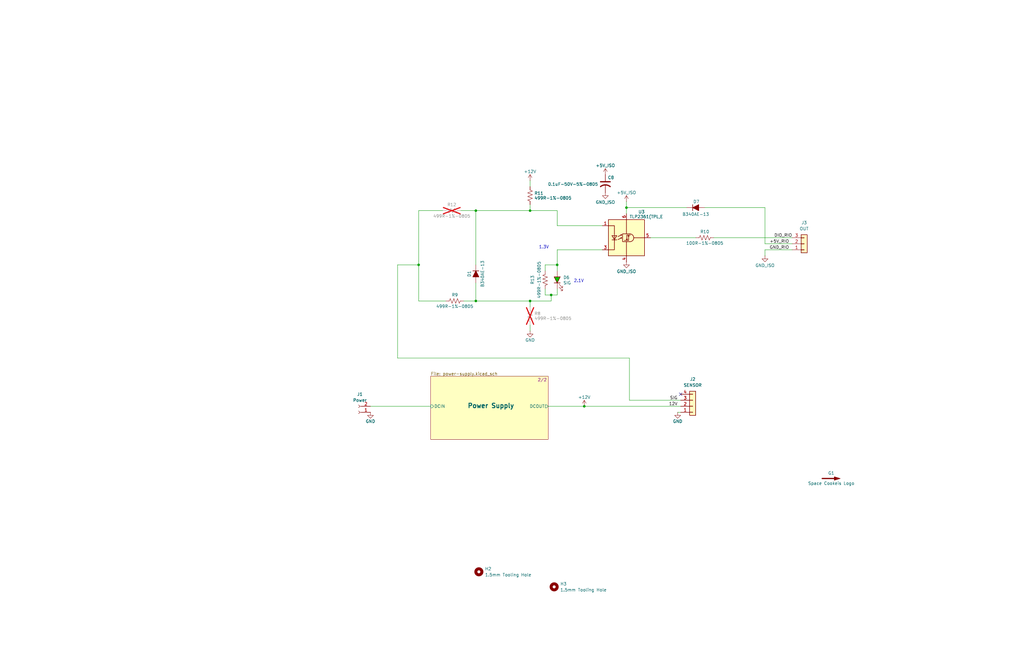
<source format=kicad_sch>
(kicad_sch (version 20250114) (generator "eeschema") (generator_version "9.0")
  (paper "B")
  (title_block (title "Beam Break Adapter") (date "2026-01-04") (rev "1") (company "1868 SPACE COOKIES"))
  (lib_symbols
    (symbol "Connector:Conn_01x02_Socket" (pin_names (offset 1.016) (hide yes))
      (property "Reference" "J" (at 0 2.54 0))
      (property "Value" "Conn_01x02_Socket" (at 0 -5.08 0))
      (symbol "Conn_01x02_Socket_1_1"
        (polyline (pts (xy -1.27 0) (xy -0.508 0)) (stroke (width 0.1524)))
        (polyline (pts (xy -1.27 -2.54) (xy -0.508 -2.54)) (stroke (width 0.1524)))
        (arc (start 0 -0.508) (mid -0.5058 0) (end 0 0.508) (stroke (width 0.1524)))
        (arc (start 0 -3.048) (mid -0.5058 -2.54) (end 0 -2.032) (stroke (width 0.1524)))
        (pin passive line (at -5.08 0 0) (length 3.81) (name "Pin_1") (number "1"))
        (pin passive line (at -5.08 -2.54 0) (length 3.81) (name "Pin_2") (number "2"))
      )
    )
    (symbol "Connector_Generic:Conn_01x03" (pin_names (offset 1.016) (hide yes))
      (property "Reference" "J" (at 0 5.08 0))
      (property "Value" "Conn_01x03" (at 0 -5.08 0))
      (symbol "Conn_01x03_1_1"
        (rectangle (start -1.27 3.81) (end 1.27 -3.81) (stroke (width 0.254)) (fill (type background)))
        (rectangle (start -1.27 2.667) (end 0 2.413) (stroke (width 0.1524)))
        (rectangle (start -1.27 0.127) (end 0 -0.127) (stroke (width 0.1524)))
        (rectangle (start -1.27 -2.413) (end 0 -2.667) (stroke (width 0.1524)))
        (pin passive line (at -5.08 2.54 0) (length 3.81) (name "Pin_1") (number "1"))
        (pin passive line (at -5.08 0 0) (length 3.81) (name "Pin_2") (number "2"))
        (pin passive line (at -5.08 -2.54 0) (length 3.81) (name "Pin_3") (number "3"))
      )
    )
    (symbol "Connector_Generic:Conn_01x04" (pin_names (offset 1.016) (hide yes))
      (property "Reference" "J" (at 0 5.08 0))
      (property "Value" "Conn_01x04" (at 0 -7.62 0))
      (symbol "Conn_01x04_1_1"
        (rectangle (start -1.27 3.81) (end 1.27 -6.35) (stroke (width 0.254)) (fill (type background)))
        (rectangle (start -1.27 2.667) (end 0 2.413) (stroke (width 0.1524)))
        (rectangle (start -1.27 0.127) (end 0 -0.127) (stroke (width 0.1524)))
        (rectangle (start -1.27 -2.413) (end 0 -2.667) (stroke (width 0.1524)))
        (rectangle (start -1.27 -4.953) (end 0 -5.207) (stroke (width 0.1524)))
        (pin passive line (at -5.08 2.54 0) (length 3.81) (name "Pin_1") (number "1"))
        (pin passive line (at -5.08 0 0) (length 3.81) (name "Pin_2") (number "2"))
        (pin passive line (at -5.08 -2.54 0) (length 3.81) (name "Pin_3") (number "3"))
        (pin passive line (at -5.08 -5.08 0) (length 3.81) (name "Pin_4") (number "4"))
      )
    )
    (symbol "Device:C_US" (pin_numbers (hide yes)) (pin_names (offset 0.254) (hide yes))
      (property "Reference" "C" (at 0.635 2.54 0))
      (property "Value" "C_US" (at 0.635 -2.54 0))
      (symbol "C_US_0_1"
        (polyline (pts (xy -2.032 0.762) (xy 2.032 0.762)) (stroke (width 0.508)))
        (arc (start -2.032 -1.27) (mid 0 -0.5572) (end 2.032 -1.27) (stroke (width 0.508)))
      )
      (symbol "C_US_1_1"
        (pin passive line (at 0 3.81 270) (length 2.794) (name "~") (number "1"))
        (pin passive line (at 0 -3.81 90) (length 3.302) (name "~") (number "2"))
      )
    )
    (symbol "Device:LED" (pin_numbers (hide yes)) (pin_names (offset 1.016) (hide yes))
      (property "Reference" "D1" (at -0.3174 -3.81 90))
      (property "Value" "LED" (at -2.8574 -3.81 90))
      (symbol "LED_0_1"
        (polyline (pts (xy -3.048 -0.762) (xy -4.572 -2.286) (xy -3.81 -2.286) (xy -4.572 -2.286) (xy -4.572 -1.524)))
        (polyline (pts (xy -1.778 -0.762) (xy -3.302 -2.286) (xy -2.54 -2.286) (xy -3.302 -2.286) (xy -3.302 -1.524)))
        (polyline (pts (xy -1.27 -1.27) (xy -1.27 1.27)) (stroke (width 0.254)))
      )
      (symbol "LED_1_1"
        (polyline (pts (xy 1.27 -1.27) (xy 1.27 1.27) (xy -1.27 0) (xy 1.27 -1.27)) (stroke (width 0.254)) (fill (type color) (color 0 194 0 1)))
        (pin passive line (at -3.81 0 0) (length 2.54) (name "K") (number "1"))
        (pin passive line (at 3.81 0 180) (length 2.54) (name "A") (number "2"))
      )
    )
    (symbol "Device:R_US" (pin_numbers (hide yes)) (pin_names (offset 0))
      (property "Reference" "R" (at 2.54 0 90))
      (property "Value" "R_US" (at -2.54 0 90))
      (symbol "R_US_0_1"
        (polyline (pts (xy 0 2.286) (xy 0 2.54)))
        (polyline (pts (xy 0 2.286) (xy 1.016 1.905) (xy 0 1.524) (xy -1.016 1.143) (xy 0 0.762)))
        (polyline (pts (xy 0 0.762) (xy 1.016 0.381) (xy 0 0) (xy -1.016 -0.381) (xy 0 -0.762)))
        (polyline (pts (xy 0 -0.762) (xy 1.016 -1.143) (xy 0 -1.524) (xy -1.016 -1.905) (xy 0 -2.286)))
        (polyline (pts (xy 0 -2.286) (xy 0 -2.54)))
      )
      (symbol "R_US_1_1"
        (pin passive line (at 0 3.81 270) (length 1.27) (name "~") (number "1"))
        (pin passive line (at 0 -3.81 90) (length 1.27) (name "~") (number "2"))
      )
    )
    (symbol "Graphic:SYM_Arrow_Large" (in_bom no) (on_board no)
      (symbol "SYM_Arrow_Large_0_1"
        (polyline (pts (xy 2.54 0) (xy -3.81 0)) (stroke (width 0.508)))
        (polyline (pts (xy 3.81 0) (xy 1.27 -0.762) (xy 1.27 0.762) (xy 3.81 0)) (fill (type outline)))
      )
    )
    (symbol "Isolator:TLP2310" (pin_names (offset 1.016) (hide yes))
      (property "Reference" "U" (at -7.112 8.89 0))
      (property "Value" "TLP2310" (at 1.016 9.144 0))
      (symbol "TLP2310_0_1"
        (rectangle (start -7.62 7.62) (end 7.62 -7.62) (stroke (width 0.254)) (fill (type background)))
        (polyline (pts (xy -7.62 -5.08) (xy -5.08 -5.08) (xy -5.08 -1.27)) (stroke (width 0.254)))
        (polyline (pts (xy -6.096 0.889) (xy -4.064 0.889) (xy -5.08 -0.762) (xy -6.096 0.889)) (stroke (width 0.254)))
        (polyline (pts (xy -6.096 -0.889) (xy -4.064 -0.889)) (stroke (width 0.254)))
        (polyline (pts (xy -5.08 1.27) (xy -5.08 5.08) (xy -7.62 5.08)) (stroke (width 0.254)))
        (polyline (pts (xy -5.08 1.016) (xy -5.08 -0.762)) (stroke (width 0.254)))
        (polyline (pts (xy -5.08 -1.27) (xy -5.08 -0.9144)) (stroke (width 0.254)))
        (polyline (pts (xy -3.556 0.508) (xy -2.032 1.27)) (stroke (width 0.254)))
        (polyline (pts (xy -3.556 -0.762) (xy -2.032 0)) (stroke (width 0.254)))
        (polyline (pts (xy -2.032 1.27) (xy -2.3368 1.3208)) (stroke (width 0.254)))
        (polyline (pts (xy -2.032 1.27) (xy -2.1844 0.9652)) (stroke (width 0.254)))
        (polyline (pts (xy -2.032 0) (xy -2.3368 0.0508)) (stroke (width 0.254)))
        (polyline (pts (xy -2.032 0) (xy -2.1844 -0.3048)) (stroke (width 0.254)))
        (polyline (pts (xy 0 7.5946) (xy 0 1.7018)) (stroke (width 0.254)))
        (polyline (pts (xy 0 -7.62) (xy 0 -1.651)) (stroke (width 0.254)))
        (polyline (pts (xy 0.1524 -0.889) (xy -0.1016 -0.635) (xy 0.4064 -0.635)) (stroke (width 0.254)))
        (polyline (pts (xy 0.9144 0.889) (xy 0.9144 -1.143) (xy -0.8636 -1.143)) (stroke (width 0.254)))
        (polyline (pts (xy 0.9144 0.889) (xy 0.6604 0.635) (xy 1.1684 0.635) (xy 0.9144 0.889)) (stroke (width 0.254)))
        (arc (start 1.4224 1.651) (mid 2.5738 1.1514) (end 3.0734 0) (stroke (width 0.254)))
        (polyline (pts (xy 1.4224 1.651) (xy -1.6256 1.651) (xy -1.6256 -1.651) (xy 1.4224 -1.651)) (stroke (width 0.254)))
        (arc (start 3.0734 0) (mid 2.6076 -1.1853) (end 1.4224 -1.651) (stroke (width 0.254)))
        (polyline (pts (xy 1.6764 1.143) (xy 0.1524 1.143) (xy 0.1524 -0.889) (xy 0.4064 -0.635)) (stroke (width 0.254)))
        (polyline (pts (xy 7.5946 0) (xy 3.0734 0)) (stroke (width 0.254)))
      )
      (symbol "TLP2310_1_1"
        (pin passive line (at -10.16 5.08 0) (length 2.54) (name "A") (number "1"))
        (pin passive line (at -10.16 -5.08 0) (length 2.54) (name "K") (number "3"))
        (pin power_in line (at 0 10.16 270) (length 2.54) (name "VDD") (number "6"))
        (pin power_in line (at 0 -10.16 90) (length 2.54) (name "GND") (number "4"))
        (pin output line (at 10.16 0 180) (length 2.54) (name "VO") (number "5"))
      )
    )
    (symbol "Mechanical:MountingHole" (pin_names (offset 1.016))
      (property "Reference" "H" (at 0 5.08 0))
      (property "Value" "MountingHole" (at 0 3.175 0))
      (symbol "MountingHole_0_1"
        (circle (center 0 0) (radius 1.27) (stroke (width 1.27)))
      )
    )
    (symbol "Pico-ButtonBoard:S1B" (pin_numbers (hide yes)) (pin_names (hide yes))
      (property "Reference" "D" (at 0 6.35 0))
      (property "Value" "S1B" (at 0 3.81 0))
      (symbol "S1B_0_1"
        (polyline (pts (xy -1.27 1.27) (xy -1.27 -1.27)) (stroke (width 0.254)))
      )
      (symbol "S1B_1_1"
        (polyline (pts (xy 1.27 1.27) (xy 1.27 -1.27) (xy -1.27 0) (xy 1.27 1.27)) (stroke (width 0.254)) (fill (type outline)))
        (pin passive line (at -3.81 0 0) (length 2.54) (name "K") (number "1"))
        (pin passive line (at 3.81 0 180) (length 2.54) (name "A") (number "2"))
      )
    )
    (symbol "power:+12V" (power) (pin_numbers (hide yes)) (pin_names (offset 0) (hide yes))
      (property "Value" "+12V" (at 0 3.556 0))
      (symbol "+12V_0_1"
        (polyline (pts (xy -0.762 1.27) (xy 0 2.54)))
        (polyline (pts (xy 0 2.54) (xy 0.762 1.27)))
        (polyline (pts (xy 0 0) (xy 0 2.54)))
      )
      (symbol "+12V_1_1"
        (pin power_in line (at 0 0 90) (length 0) (name "~") (number "1"))
      )
    )
    (symbol "power:+5V" (power) (pin_numbers (hide yes)) (pin_names (offset 0) (hide yes))
      (property "Value" "+5V" (at 0 3.556 0))
      (symbol "+5V_0_1"
        (polyline (pts (xy -0.762 1.27) (xy 0 2.54)))
        (polyline (pts (xy 0 2.54) (xy 0.762 1.27)))
        (polyline (pts (xy 0 0) (xy 0 2.54)))
      )
      (symbol "+5V_1_1"
        (pin power_in line (at 0 0 90) (length 0) (name "~") (number "1"))
      )
    )
    (symbol "power:GND" (power) (pin_numbers (hide yes)) (pin_names (offset 0) (hide yes))
      (property "Value" "GND" (at 0 -3.81 0))
      (symbol "GND_0_1"
        (polyline (pts (xy 0 0) (xy 0 -1.27) (xy 1.27 -1.27) (xy 0 -2.54) (xy -1.27 -1.27) (xy 0 -1.27)))
      )
      (symbol "GND_1_1"
        (pin power_in line (at 0 0 270) (length 0) (name "~") (number "1"))
      )
    )
  )
  (text "2.1V" (at 244.094 118.618 0) (effects (font (size 1.27 1.27))))
  (text "1.3V" (at 229.362 104.394 0) (effects (font (size 1.27 1.27))))
  (junction (at 246.38 171.45))
  (junction (at 232.41 124.46))
  (junction (at 234.95 111.76))
  (junction (at 223.52 127))
  (junction (at 176.53 111.76))
  (junction (at 223.52 88.9))
  (junction (at 200.66 88.9))
  (junction (at 200.66 127))
  (junction (at 264.16 87.63))
  (no_connect (at 287.02 166.37))
  (wire (pts (xy 176.53 111.76) (xy 176.53 88.9)))
  (wire (pts (xy 229.87 111.76) (xy 234.95 111.76)))
  (wire (pts (xy 156.21 171.45) (xy 181.61 171.45)))
  (wire (pts (xy 229.87 124.46) (xy 232.41 124.46)))
  (wire (pts (xy 322.58 87.63) (xy 297.18 87.63)))
  (wire (pts (xy 167.64 151.13) (xy 265.43 151.13)))
  (wire (pts (xy 231.14 171.45) (xy 246.38 171.45)))
  (wire (pts (xy 223.52 127) (xy 223.52 129.54)))
  (wire (pts (xy 167.64 111.76) (xy 167.64 151.13)))
  (wire (pts (xy 322.58 105.41) (xy 322.58 107.95)))
  (wire (pts (xy 176.53 127) (xy 176.53 111.76)))
  (wire (pts (xy 265.43 168.91) (xy 287.02 168.91)))
  (wire (pts (xy 246.38 171.45) (xy 287.02 171.45)))
  (wire (pts (xy 274.32 100.33) (xy 293.37 100.33)))
  (wire (pts (xy 264.16 87.63) (xy 264.16 90.17)))
  (wire (pts (xy 223.52 86.36) (xy 223.52 88.9)))
  (wire (pts (xy 322.58 105.41) (xy 334.01 105.41)))
  (wire (pts (xy 265.43 151.13) (xy 265.43 168.91)))
  (wire (pts (xy 234.95 88.9) (xy 234.95 95.25)))
  (wire (pts (xy 176.53 111.76) (xy 167.64 111.76)))
  (wire (pts (xy 322.58 102.87) (xy 322.58 87.63)))
  (wire (pts (xy 264.16 87.63) (xy 289.56 87.63)))
  (wire (pts (xy 223.52 137.16) (xy 223.52 139.7)))
  (wire (pts (xy 234.95 105.41) (xy 234.95 111.76)))
  (wire (pts (xy 234.95 111.76) (xy 234.95 114.3)))
  (wire (pts (xy 176.53 127) (xy 187.96 127)))
  (wire (pts (xy 285.75 173.99) (xy 287.02 173.99)))
  (wire (pts (xy 176.53 88.9) (xy 186.69 88.9)))
  (wire (pts (xy 234.95 105.41) (xy 254 105.41)))
  (wire (pts (xy 232.41 124.46) (xy 234.95 124.46)))
  (wire (pts (xy 229.87 114.3) (xy 229.87 111.76)))
  (wire (pts (xy 229.87 121.92) (xy 229.87 124.46)))
  (wire (pts (xy 234.95 121.92) (xy 234.95 124.46)))
  (wire (pts (xy 223.52 127) (xy 200.66 127)))
  (wire (pts (xy 232.41 124.46) (xy 232.41 127)))
  (wire (pts (xy 234.95 88.9) (xy 223.52 88.9)))
  (wire (pts (xy 194.31 88.9) (xy 200.66 88.9)))
  (wire (pts (xy 234.95 95.25) (xy 254 95.25)))
  (wire (pts (xy 334.01 102.87) (xy 322.58 102.87)))
  (wire (pts (xy 300.99 100.33) (xy 334.01 100.33)))
  (wire (pts (xy 264.16 85.09) (xy 264.16 87.63)))
  (wire (pts (xy 223.52 88.9) (xy 200.66 88.9)))
  (wire (pts (xy 232.41 127) (xy 223.52 127)))
  (wire (pts (xy 200.66 119.38) (xy 200.66 127)))
  (wire (pts (xy 195.58 127) (xy 200.66 127)))
  (wire (pts (xy 223.52 76.2) (xy 223.52 78.74)))
  (wire (pts (xy 200.66 88.9) (xy 200.66 111.76)))
  (label "DIO_RIO" (at 334.01 100.33 180))
  (label "GND_RIO" (at 332.74 105.41 180))
  (label "SIG" (at 285.75 168.91 180))
  (label "12V" (at 285.75 171.45 180))
  (label "+5V_RIO" (at 332.74 102.87 180))
  (symbol (lib_id "Mechanical:MountingHole") (at 201.93 241.3 0) (unit 1) (in_bom no)
    (property "Reference" "H2" (at 204.47 240.0299 0) (effects (justify left)))
    (property "Value" "1.5mm Tooling Hole" (at 204.47 242.5699 0) (effects (justify left)))
    (property "Footprint" "BeamBreak:ToolingHole_1.5mm" (effects (hide yes)))
  )
  (symbol (lib_id "power:+12V") (at 223.52 76.2 0) (unit 1)
    (property "Reference" "#PWR0115" (effects (hide yes)))
    (property "Value" "+12V" (at 223.52 72.39 0))
    (property "Description" "Power symbol creates a global label with name \"+12V\"" (effects (hide yes)))
  )
  (symbol (lib_id "power:GND") (at 223.52 139.7 0) (unit 1)
    (property "Reference" "#PWR0111" (effects (hide yes)))
    (property "Value" "GND" (at 223.52 143.51 0))
    (property "Description" "Power symbol creates a global label with name \"GND\" , ground" (effects (hide yes)))
  )
  (symbol (lib_id "Connector_Generic:Conn_01x04") (at 292.1 171.45 0) (mirror x) (unit 1)
    (property "Reference" "J2" (at 292.1 160.02 0))
    (property "Value" "SENSOR" (at 292.1 162.56 0))
    (property "Footprint" "BeamBreak:Molex-70555-0003" (effects (hide yes)))
    (property "Datasheet" "Components/Molex-70555-0001.pdf" (effects (hide yes)))
    (property "Description" "Generic connector, single row, 01x04, script generated (kicad-library-utils/schlib/autogen/connector/)" (effects (hide yes)))
    (property "MFG" "Molex" (effects (hide yes)))
    (property "MFG P/N" "70555-0038" (effects (hide yes)))
    (property "DIST" "Digikey" (effects (hide yes)))
    (property "DIST P/N" "WM4177-ND" (effects (hide yes)))
  )
  (symbol (lib_id "power:GND") (at 264.16 110.49 0) (unit 1)
    (property "Reference" "#PWR0117" (effects (hide yes)))
    (property "Value" "GND_ISO" (at 264.16 114.554 0))
    (property "Description" "Power symbol creates a global label with name \"GND\" , ground" (effects (hide yes)))
  )
  (symbol (lib_id "Device:C_US") (at 255.27 77.47 0) (mirror y) (unit 1)
    (property "Reference" "C8" (at 256.286 74.93 0) (effects (justify right)))
    (property "Value" "0.1uF-50V-5%-0805" (at 252.222 77.724 0) (effects (justify left)))
    (property "Footprint" "Capacitor_SMD:C_0805_2012Metric_Pad1.18x1.45mm_HandSolder" (effects (hide yes)))
    (property "Description" "capacitor, US symbol" (effects (hide yes)))
    (property "DIST" "Digikey" (effects (hide yes)))
    (property "DIST P/N" "399-C0805C104J5RACTUCT-ND" (effects (hide yes)))
    (property "MFG" "KEMET" (effects (hide yes)))
    (property "MFG P/N" "C0805C104J5RACTU" (effects (hide yes)))
  )
  (symbol (lib_id "Device:R_US") (at 229.87 118.11 0) (mirror x) (unit 1)
    (property "Reference" "R13" (at 224.536 118.11 90))
    (property "Value" "499R-1%-0805" (at 227.33 118.11 90))
    (property "Footprint" "Resistor_SMD:R_0805_2012Metric_Pad1.20x1.40mm_HandSolder" (effects (hide yes)))
    (property "Description" "Resistor, US symbol" (effects (hide yes)))
    (property "DIST" "Digikey" (effects (hide yes)))
    (property "DIST P/N" "311-499CRCT-ND" (effects (hide yes)))
    (property "MFG" "YAGEO" (effects (hide yes)))
    (property "MFG P/N" "RC0805FR-07499RL" (effects (hide yes)))
  )
  (symbol (lib_id "Pico-ButtonBoard:S1B") (at 200.66 115.57 270) (unit 1)
    (property "Reference" "D1" (at 197.866 115.57 0))
    (property "Value" "B340AE-13" (at 203.454 115.57 0))
    (property "Footprint" "Diode_SMD:D_SMA" (effects (hide yes)))
    (property "Datasheet" "Components/DiodesInc-B340AE.pdf" (effects (hide yes)))
    (property "Description" "Diode 40 V 3A Surface Mount SMA" (effects (hide yes)))
    (property "MFG" "Diodes Inc" (effects (hide yes)))
    (property "MFG P/N" "B340AE-13" (effects (hide yes)))
    (property "DIST" "Digikey" (effects (hide yes)))
    (property "DIST P/N" "B340AE-13DICT-ND" (effects (hide yes)))
  )
  (symbol (lib_id "Device:R_US") (at 223.52 133.35 180) (unit 1) (dnp yes)
    (property "Reference" "R8" (at 225.298 132.334 0) (effects (justify right)))
    (property "Value" "499R-1%-0805" (at 225.298 134.366 0) (effects (justify right)))
    (property "Footprint" "Resistor_SMD:R_0805_2012Metric_Pad1.20x1.40mm_HandSolder" (effects (hide yes)))
    (property "Description" "Resistor, US symbol" (effects (hide yes)))
    (property "DIST" "Digikey" (effects (hide yes)))
    (property "DIST P/N" "311-499CRCT-ND" (effects (hide yes)))
    (property "MFG" "YAGEO" (effects (hide yes)))
    (property "MFG P/N" "RC0805FR-07499RL" (effects (hide yes)))
  )
  (symbol (lib_id "Graphic:SYM_Arrow_Large") (at 350.52 201.93 0) (unit 1) (in_bom no)
    (property "Reference" "G1" (at 350.52 199.644 0))
    (property "Value" "Space Cookeis Logo" (at 350.52 203.962 0))
    (property "Footprint" "BeamBreak:SPACE_COOKIES_LOGO_7mm" (effects (hide yes)))
    (property "Description" "Filled arrow, 300mil" (effects (hide yes)))
  )
  (symbol (lib_id "power:+5V") (at 264.16 85.09 0) (unit 1)
    (property "Reference" "#PWR0120" (effects (hide yes)))
    (property "Value" "+5V_ISO" (at 264.16 81.28 0))
    (property "Description" "Power symbol creates a global label with name \"+5V\"" (effects (hide yes)))
  )
  (symbol (lib_id "power:GND") (at 285.75 173.99 0) (unit 1)
    (property "Reference" "#PWR0113" (effects (hide yes)))
    (property "Value" "GND" (at 285.75 177.8 0))
    (property "Description" "Power symbol creates a global label with name \"GND\" , ground" (effects (hide yes)))
  )
  (symbol (lib_id "power:GND") (at 156.21 173.99 0) (unit 1)
    (property "Reference" "#PWR0116" (effects (hide yes)))
    (property "Value" "GND" (at 156.21 177.8 0))
    (property "Description" "Power symbol creates a global label with name \"GND\" , ground" (effects (hide yes)))
  )
  (symbol (lib_id "Device:LED") (at 234.95 118.11 90) (unit 1)
    (property "Reference" "D6" (at 237.49 117.094 90) (effects (justify right)))
    (property "Value" "SIG" (at 237.49 119.38 90) (effects (justify right)))
    (property "Footprint" "LED_SMD:LED_1206_3216Metric" (effects (hide yes)))
    (property "Datasheet" "Components/Everlight-QTLP650(C,D)-2,3,4,7,B.pdf" (effects (hide yes)))
    (property "Description" "Light emitting diode" (effects (hide yes)))
    (property "DIST" "Digikey" (effects (hide yes)))
    (property "DIST P/N" "1080-1419-1-ND" (effects (hide yes)))
    (property "MFG" "Everlight" (effects (hide yes)))
    (property "MFG P/N" "QTLP650D4TR/QT15-21SYGD/S530-E2/TR8" (effects (hide yes)))
  )
  (symbol (lib_id "power:GND") (at 255.27 81.28 0) (unit 1)
    (property "Reference" "#PWR0118" (effects (hide yes)))
    (property "Value" "GND_ISO" (at 255.27 85.344 0))
    (property "Description" "Power symbol creates a global label with name \"GND\" , ground" (effects (hide yes)))
  )
  (symbol (lib_id "Connector_Generic:Conn_01x03") (at 339.09 102.87 0) (mirror x) (unit 1)
    (property "Reference" "J3" (at 339.09 93.98 0))
    (property "Value" "OUT" (at 339.09 96.52 0))
    (property "Footprint" "BeamBreak:Molex-70555-0002" (effects (hide yes)))
    (property "Datasheet" "Components/Molex-70555-0001.pdf" (effects (hide yes)))
    (property "Description" "Generic connector, single row, 01x03, script generated (kicad-library-utils/schlib/autogen/connector/)" (effects (hide yes)))
    (property "MFG" "Molex" (effects (hide yes)))
    (property "MFG P/N" "70555-0037" (effects (hide yes)))
    (property "DIST" "Digikey" (effects (hide yes)))
    (property "DIST P/N" "WM4176-ND" (effects (hide yes)))
  )
  (symbol (lib_id "Device:R_US") (at 223.52 82.55 180) (unit 1)
    (property "Reference" "R11" (at 225.298 81.534 0) (effects (justify right)))
    (property "Value" "499R-1%-0805" (at 225.298 83.566 0) (effects (justify right)))
    (property "Footprint" "Resistor_SMD:R_0805_2012Metric_Pad1.20x1.40mm_HandSolder" (effects (hide yes)))
    (property "Description" "Resistor, US symbol" (effects (hide yes)))
    (property "DIST" "Digikey" (effects (hide yes)))
    (property "DIST P/N" "311-499CRCT-ND" (effects (hide yes)))
    (property "MFG" "YAGEO" (effects (hide yes)))
    (property "MFG P/N" "RC0805FR-07499RL" (effects (hide yes)))
  )
  (symbol (lib_id "Isolator:TLP2310") (at 264.16 100.33 0) (unit 1)
    (property "Reference" "U3" (at 270.51 89.408 0))
    (property "Value" "TLP2361(TPL,E" (at 272.542 91.44 0))
    (property "Footprint" "Package_SO:SO-5-6_4.55x3.7mm_P1.27mm" (effects (hide yes)))
    (property "Datasheet" "Components/Toshiba-TLP2361.pdf" (effects (hide yes)))
    (property "Description" "Logic Output Optoisolator 15MBd Push-Pull, Totem Pole 3750Vrms 1 Channel 20kV/µs CMTI 6-SO, 5 Lead" (effects (hide yes)))
    (property "MFG" "Toshiba Semiconductor and Storage" (effects (hide yes)))
    (property "MFG P/N" "TLP2361(TPL,E" (effects (hide yes)))
    (property "DIST" "Digikey" (effects (hide yes)))
    (property "DIST P/N" "TLP2361(TPLECT-ND" (effects (hide yes)))
  )
  (symbol (lib_id "power:GND") (at 322.58 107.95 0) (unit 1)
    (property "Reference" "#PWR0121" (effects (hide yes)))
    (property "Value" "GND_ISO" (at 322.58 112.014 0))
    (property "Description" "Power symbol creates a global label with name \"GND\" , ground" (effects (hide yes)))
  )
  (symbol (lib_id "power:+12V") (at 246.38 171.45 0) (unit 1)
    (property "Reference" "#PWR0114" (effects (hide yes)))
    (property "Value" "+12V" (at 246.38 167.64 0))
    (property "Description" "Power symbol creates a global label with name \"+12V\"" (effects (hide yes)))
  )
  (symbol (lib_id "Pico-ButtonBoard:S1B") (at 293.37 87.63 0) (unit 1)
    (property "Reference" "D7" (at 293.624 85.09 0))
    (property "Value" "B340AE-13" (at 293.37 90.424 0))
    (property "Footprint" "Diode_SMD:D_SMA" (effects (hide yes)))
    (property "Datasheet" "Components/DiodesInc-B340AE.pdf" (effects (hide yes)))
    (property "Description" "Diode 40 V 3A Surface Mount SMA" (effects (hide yes)))
    (property "MFG" "Diodes Inc" (effects (hide yes)))
    (property "MFG P/N" "B340AE-13" (effects (hide yes)))
    (property "DIST" "Digikey" (effects (hide yes)))
    (property "DIST P/N" "B340AE-13DICT-ND" (effects (hide yes)))
  )
  (symbol (lib_id "Mechanical:MountingHole") (at 233.68 247.65 0) (unit 1) (in_bom no)
    (property "Reference" "H3" (at 236.22 246.3799 0) (effects (justify left)))
    (property "Value" "1.5mm Tooling Hole" (at 236.22 248.9199 0) (effects (justify left)))
    (property "Footprint" "BeamBreak:ToolingHole_1.5mm" (effects (hide yes)))
  )
  (symbol (lib_id "Device:R_US") (at 190.5 88.9 90) (unit 1) (dnp yes)
    (property "Reference" "R12" (at 190.5 86.36 90))
    (property "Value" "499R-1%-0805" (at 190.5 91.186 90))
    (property "Footprint" "Resistor_SMD:R_0805_2012Metric_Pad1.20x1.40mm_HandSolder" (effects (hide yes)))
    (property "Description" "Resistor, US symbol" (effects (hide yes)))
    (property "DIST" "Digikey" (effects (hide yes)))
    (property "DIST P/N" "311-499CRCT-ND" (effects (hide yes)))
    (property "MFG" "YAGEO" (effects (hide yes)))
    (property "MFG P/N" "RC0805FR-07499RL" (effects (hide yes)))
  )
  (symbol (lib_id "Connector:Conn_01x02_Socket") (at 151.13 173.99 180) (unit 1)
    (property "Reference" "J1" (at 151.765 166.37 0))
    (property "Value" "Power" (at 151.765 168.91 0))
    (property "Footprint" "BeamBreak:Weidmuller-1824740000" (effects (hide yes)))
    (property "Datasheet" "Components/Weidmuller-1824740000.pdf" (effects (hide yes)))
    (property "MFG" "Weidmuller" (effects (hide yes)))
    (property "MFG P/N" "1824740000" (effects (hide yes)))
    (property "DIST" "Digikey" (effects (hide yes)))
    (property "DIST P/N" "281-2110-ND" (effects (hide yes)))
  )
  (symbol (lib_id "power:+5V") (at 255.27 73.66 0) (unit 1)
    (property "Reference" "#PWR0119" (effects (hide yes)))
    (property "Value" "+5V_ISO" (at 255.27 69.85 0))
    (property "Description" "Power symbol creates a global label with name \"+5V\"" (effects (hide yes)))
  )
  (symbol (lib_id "Device:R_US") (at 191.77 127 90) (unit 1)
    (property "Reference" "R9" (at 191.77 124.46 90))
    (property "Value" "499R-1%-0805" (at 191.77 129.286 90))
    (property "Footprint" "Resistor_SMD:R_0805_2012Metric_Pad1.20x1.40mm_HandSolder" (effects (hide yes)))
    (property "Description" "Resistor, US symbol" (effects (hide yes)))
    (property "DIST" "Digikey" (effects (hide yes)))
    (property "DIST P/N" "311-499CRCT-ND" (effects (hide yes)))
    (property "MFG" "YAGEO" (effects (hide yes)))
    (property "MFG P/N" "RC0805FR-07499RL" (effects (hide yes)))
  )
  (symbol (lib_id "Device:R_US") (at 297.18 100.33 90) (unit 1)
    (property "Reference" "R10" (at 297.18 97.79 90))
    (property "Value" "100R-1%-0805" (at 297.18 102.616 90))
    (property "Footprint" "Resistor_SMD:R_0805_2012Metric_Pad1.20x1.40mm_HandSolder" (effects (hide yes)))
    (property "Description" "Resistor, US symbol" (effects (hide yes)))
    (property "DIST" "Digikey" (effects (hide yes)))
    (property "DIST P/N" "A106053CT-ND" (effects (hide yes)))
    (property "MFG" "TE Connectivity Passive Product" (effects (hide yes)))
    (property "MFG P/N" "CRG0805F100R" (effects (hide yes)))
  )
  (sheet (at 181.61 158.75) (size 49.53 26.67) (stroke (width 0.1524)) (fill (color 255 255 194 1.0000))
    (property "Sheetname" "Power Supply" (at 207.01 171.196 0) (effects (font (size 1.905 1.905) (thickness 0.381) (bold yes))))
    (property "Sheetfile" "power-supply.kicad_sch" (at 181.61 158.496 0) (effects (justify left bottom)))
    (property "Page" "${#}/${##}" (at 230.632 160.274 0) (effects (justify right)))
    (pin "DCIN" input (at 181.61 171.45 180))
    (pin "DCOUT" output (at 231.14 171.45 0))
  )
)
</source>
